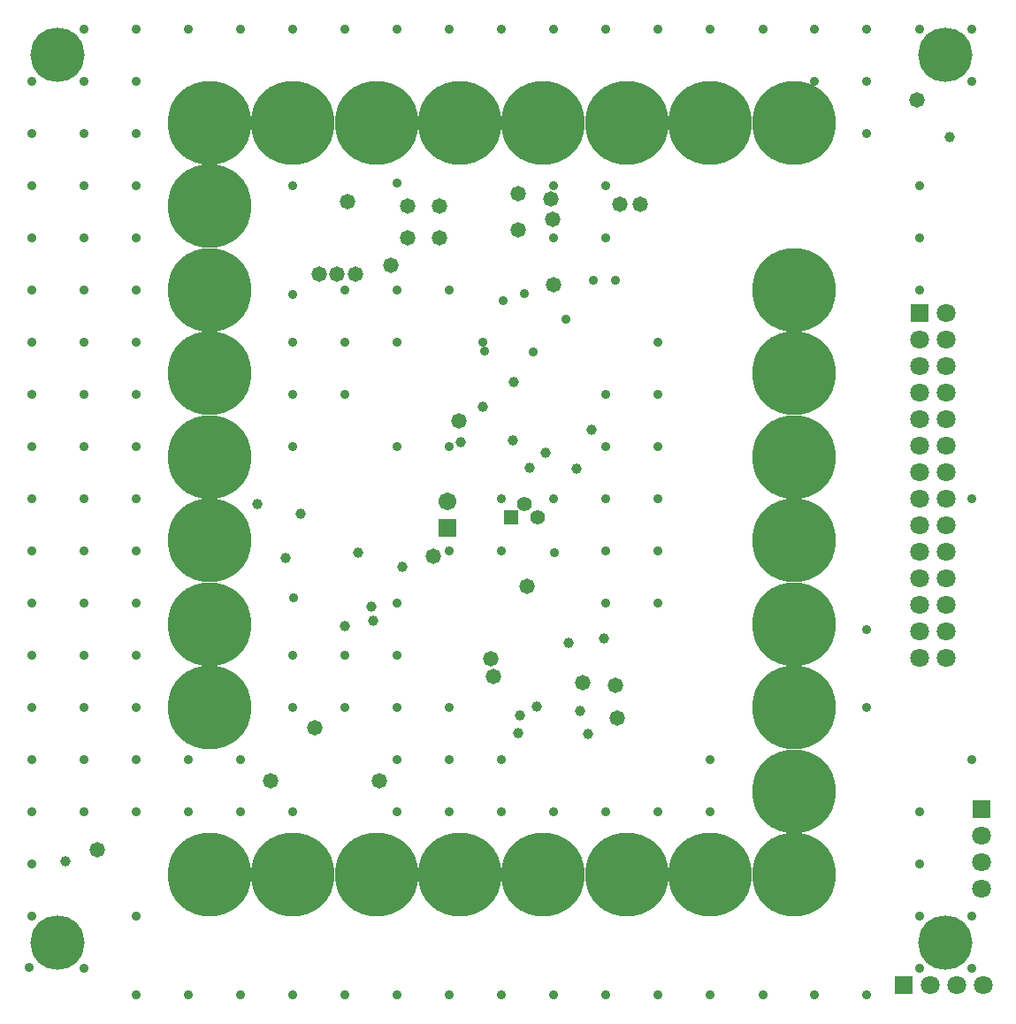
<source format=gbr>
%FSLAX23Y23*%
%MOIN*%
%SFA1B1*%

%IPPOS*%
%ADD91C,0.070990*%
%ADD92R,0.070990X0.070990*%
%ADD93C,0.204850*%
%ADD94C,0.067060*%
%ADD95R,0.067060X0.067060*%
%ADD96C,0.315090*%
%ADD97R,0.070990X0.070990*%
%ADD98C,0.054930*%
%ADD99R,0.054930X0.054930*%
%ADD100C,0.039500*%
%ADD101C,0.035560*%
%ADD102C,0.058000*%
%LNhumrigid1_soldermask_bot-1*%
%LPD*%
G54D91*
X2011Y-1637D03*
X1911D03*
X1811D03*
X2007Y-1272D03*
Y-1172D03*
Y-1072D03*
X1871Y597D03*
X1771Y-302D03*
X1871Y697D03*
X1771Y-402D03*
X1871D03*
Y-302D03*
Y-202D03*
Y-102D03*
Y-2D03*
Y97D03*
Y197D03*
Y297D03*
Y397D03*
Y497D03*
X1771Y-202D03*
Y-102D03*
Y-2D03*
Y97D03*
Y197D03*
Y297D03*
Y397D03*
Y497D03*
Y597D03*
Y697D03*
Y797D03*
X1871D03*
Y897D03*
G54D92*
X1711Y-1637D03*
G54D93*
X1870Y1870D03*
X-1476D03*
Y-1476D03*
X1870D03*
G54D94*
X-9Y187D03*
G54D95*
X-9Y88D03*
G54D96*
X1299Y669D03*
Y354D03*
Y39D03*
Y-275D03*
Y-590D03*
Y-905D03*
Y-1220D03*
X-905Y669D03*
Y984D03*
Y-275D03*
Y39D03*
Y354D03*
Y1299D03*
X1299Y1614D03*
X-275D03*
X-590D03*
X669D03*
X984D03*
X354D03*
X39D03*
X-905D03*
X-275Y-1220D03*
X-590D03*
X669D03*
X984D03*
X354D03*
X39D03*
X-905D03*
Y-590D03*
X1299Y984D03*
G54D97*
X2007Y-972D03*
X1771Y897D03*
G54D98*
X284Y177D03*
X334Y127D03*
G54D99*
X234Y127D03*
G54D100*
X330Y-586D03*
X267Y-618D03*
X259Y-685D03*
X1885Y1559D03*
X492Y-602D03*
X448Y-346D03*
X582Y-330D03*
X-177Y-59D03*
X-343Y-5D03*
X-562Y141D03*
X-724Y177D03*
X-618Y-27D03*
X-393Y-283D03*
X-287Y-263D03*
X362Y370D03*
X303Y314D03*
X480Y311D03*
X244Y637D03*
X535Y456D03*
X240Y417D03*
X43Y411D03*
X125Y543D03*
X-1448Y-1169D03*
X521Y-688D03*
X-293Y-208D03*
G54D101*
X196Y-787D03*
X-1574Y-1181D03*
X-1181Y-1377D03*
X1574Y-295D03*
Y-590D03*
X1968Y196D03*
X1771Y984D03*
Y1181D03*
Y1377D03*
X1574Y1574D03*
X1968Y-787D03*
X1771Y-984D03*
Y-1181D03*
X1968Y-1574D03*
Y-1377D03*
X1771D03*
Y-1574D03*
X1574Y-1673D03*
X1377D03*
X1181D03*
X984D03*
X787D03*
X590D03*
X393D03*
X196D03*
X0D03*
X-196D03*
X-393D03*
X-590D03*
X-787D03*
X-984D03*
X-1181D03*
X-1377Y-1574D03*
X-1585Y-1568D03*
X-1574Y-1377D03*
X1377Y1771D03*
X1574D03*
X1968D03*
Y1968D03*
X1771D03*
X1574D03*
X1377D03*
X1181D03*
X984D03*
X787D03*
X590D03*
X196D03*
X393D03*
X0D03*
X-196D03*
X-393D03*
X-590D03*
X-787D03*
X-984D03*
X-1377D03*
X-1181D03*
X590Y1377D03*
Y1181D03*
X393D03*
Y1377D03*
X-196Y1387D03*
X-590Y1377D03*
X-591Y967D03*
X-393Y984D03*
X-196D03*
X0D03*
X-196Y787D03*
X-393Y590D03*
Y787D03*
X-590D03*
Y590D03*
Y393D03*
X-587Y-177D03*
X-196Y-393D03*
Y-196D03*
Y393D03*
X0D03*
Y0D03*
X196D03*
Y196D03*
X393D03*
X396Y-7D03*
X590Y-196D03*
Y0D03*
Y196D03*
Y393D03*
Y590D03*
X787Y787D03*
Y590D03*
Y393D03*
Y196D03*
Y0D03*
Y-196D03*
X984Y-787D03*
Y-984D03*
X787D03*
X590D03*
X393D03*
X196D03*
X0Y-590D03*
Y-787D03*
Y-984D03*
X-196D03*
Y-787D03*
Y-590D03*
X-393D03*
Y-393D03*
X-590D03*
Y-590D03*
X-787Y-787D03*
X-984D03*
X-590Y-984D03*
X-787D03*
X-984D03*
X-1181D03*
X-1377D03*
X-1574D03*
Y-787D03*
X-1377D03*
X-1181D03*
Y-590D03*
X-1377D03*
X-1574D03*
Y-393D03*
X-1377D03*
X-1181D03*
Y-196D03*
X-1377D03*
X-1574D03*
Y0D03*
X-1377D03*
X-1181D03*
Y196D03*
X-1377D03*
X-1574D03*
Y393D03*
X-1377D03*
X-1181D03*
Y590D03*
X-1377D03*
X-1574D03*
Y787D03*
X-1377D03*
X-1181D03*
Y984D03*
X-1377D03*
X-1574D03*
Y1181D03*
X-1377D03*
X-1181D03*
Y1377D03*
X-1377D03*
X-1574D03*
Y1771D03*
X-1377D03*
X-1181D03*
Y1574D03*
X-1377D03*
X-1574D03*
X317Y752D03*
X204Y944D03*
X133Y755D03*
X125Y787D03*
X543Y1019D03*
X625D03*
X283Y972D03*
X440Y874D03*
G54D102*
X-1326Y-1125D03*
X1761Y1702D03*
X291Y-133D03*
X-62Y-19D03*
X720Y1307D03*
X641D03*
X157Y-405D03*
X259Y1212D03*
Y1346D03*
X-263Y-866D03*
X-673D03*
X-507Y-665D03*
X393Y1003D03*
X625Y-507D03*
X503Y-496D03*
X633Y-629D03*
X35Y492D03*
X389Y1251D03*
X381Y1326D03*
X-383Y1318D03*
X-423Y1043D03*
X-492D03*
X-354D03*
X-221Y1078D03*
X-39Y1181D03*
X-157D03*
Y1299D03*
X-39D03*
X167Y-472D03*
M02*
</source>
